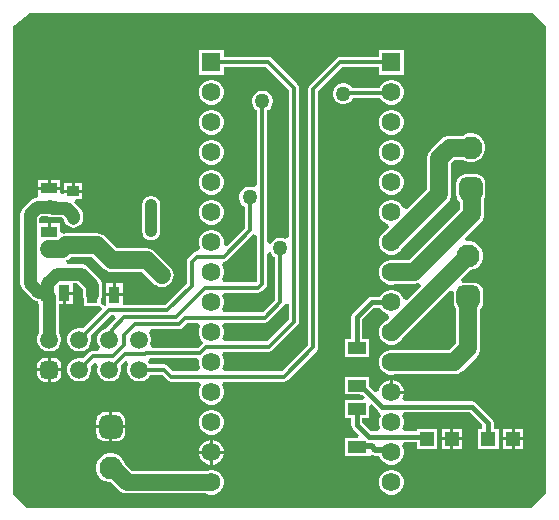
<source format=gtl>
G04*
G04 #@! TF.GenerationSoftware,Altium Limited,Altium Designer,25.6.2 (33)*
G04*
G04 Layer_Physical_Order=1*
G04 Layer_Color=255*
%FSLAX44Y44*%
%MOMM*%
G71*
G04*
G04 #@! TF.SameCoordinates,E10141E4-A060-4BB7-8850-C9F2C3C4F881*
G04*
G04*
G04 #@! TF.FilePolarity,Positive*
G04*
G01*
G75*
%ADD12C,0.4000*%
%ADD14R,1.2000X1.2000*%
%ADD15R,1.5000X1.0000*%
%ADD16R,0.9500X1.4000*%
%ADD17R,1.0043X0.8721*%
G04:AMPARAMS|DCode=18|XSize=1.0043mm|YSize=0.8721mm|CornerRadius=0.4361mm|HoleSize=0mm|Usage=FLASHONLY|Rotation=0.000|XOffset=0mm|YOffset=0mm|HoleType=Round|Shape=RoundedRectangle|*
%AMROUNDEDRECTD18*
21,1,1.0043,0.0000,0,0,0.0*
21,1,0.1322,0.8721,0,0,0.0*
1,1,0.8721,0.0661,0.0000*
1,1,0.8721,-0.0661,0.0000*
1,1,0.8721,-0.0661,0.0000*
1,1,0.8721,0.0661,0.0000*
%
%ADD18ROUNDEDRECTD18*%
G04:AMPARAMS|DCode=19|XSize=1.0043mm|YSize=3.1821mm|CornerRadius=0.4369mm|HoleSize=0mm|Usage=FLASHONLY|Rotation=0.000|XOffset=0mm|YOffset=0mm|HoleType=Round|Shape=RoundedRectangle|*
%AMROUNDEDRECTD19*
21,1,1.0043,2.3084,0,0,0.0*
21,1,0.1306,3.1821,0,0,0.0*
1,1,0.8737,0.0653,-1.1542*
1,1,0.8737,-0.0653,-1.1542*
1,1,0.8737,-0.0653,1.1542*
1,1,0.8737,0.0653,1.1542*
%
%ADD19ROUNDEDRECTD19*%
%ADD20R,0.9500X1.3500*%
%ADD21R,1.3500X0.9500*%
%ADD23R,1.5900X1.5900*%
%ADD24C,1.5900*%
%ADD30C,0.3500*%
%ADD31C,1.5000*%
%ADD32C,1.1000*%
%ADD33C,0.5000*%
%ADD34C,1.4000*%
%ADD35C,1.9500*%
G04:AMPARAMS|DCode=36|XSize=1.95mm|YSize=1.95mm|CornerRadius=0.4875mm|HoleSize=0mm|Usage=FLASHONLY|Rotation=90.000|XOffset=0mm|YOffset=0mm|HoleType=Round|Shape=RoundedRectangle|*
%AMROUNDEDRECTD36*
21,1,1.9500,0.9750,0,0,90.0*
21,1,0.9750,1.9500,0,0,90.0*
1,1,0.9750,0.4875,0.4875*
1,1,0.9750,0.4875,-0.4875*
1,1,0.9750,-0.4875,-0.4875*
1,1,0.9750,-0.4875,0.4875*
%
%ADD36ROUNDEDRECTD36*%
%ADD37C,1.5000*%
G04:AMPARAMS|DCode=38|XSize=1.5mm|YSize=1.5mm|CornerRadius=0.375mm|HoleSize=0mm|Usage=FLASHONLY|Rotation=0.000|XOffset=0mm|YOffset=0mm|HoleType=Round|Shape=RoundedRectangle|*
%AMROUNDEDRECTD38*
21,1,1.5000,0.7500,0,0,0.0*
21,1,0.7500,1.5000,0,0,0.0*
1,1,0.7500,0.3750,-0.3750*
1,1,0.7500,-0.3750,-0.3750*
1,1,0.7500,-0.3750,0.3750*
1,1,0.7500,0.3750,0.3750*
%
%ADD38ROUNDEDRECTD38*%
%ADD39C,1.2700*%
G36*
X1351280Y1029970D02*
Y635000D01*
X1338580Y622300D01*
X911860D01*
X900430Y633730D01*
Y1029970D01*
X901700Y1031240D01*
X914400Y1041400D01*
X1339850D01*
X1351280Y1029970D01*
D02*
G37*
%LPC*%
G36*
X1221851Y984580D02*
X1219089D01*
X1216421Y983865D01*
X1214029Y982484D01*
X1212076Y980531D01*
X1210695Y978139D01*
X1210612Y977829D01*
X1187203D01*
X1186944Y978279D01*
X1185289Y979934D01*
X1183261Y981104D01*
X1181000Y981710D01*
X1178660D01*
X1176399Y981104D01*
X1174371Y979934D01*
X1172716Y978279D01*
X1171546Y976251D01*
X1170940Y973990D01*
Y971650D01*
X1171546Y969389D01*
X1172716Y967361D01*
X1174371Y965706D01*
X1176399Y964536D01*
X1178660Y963930D01*
X1181000D01*
X1183261Y964536D01*
X1185289Y965706D01*
X1186944Y967361D01*
X1187937Y969081D01*
X1211249D01*
X1212076Y967649D01*
X1214029Y965696D01*
X1216421Y964315D01*
X1219089Y963600D01*
X1221851D01*
X1224519Y964315D01*
X1226911Y965696D01*
X1228864Y967649D01*
X1230245Y970041D01*
X1230960Y972709D01*
Y975471D01*
X1230245Y978139D01*
X1228864Y980531D01*
X1226911Y982484D01*
X1224519Y983865D01*
X1221851Y984580D01*
D02*
G37*
G36*
X1069451D02*
X1066689D01*
X1064021Y983865D01*
X1061629Y982484D01*
X1059676Y980531D01*
X1058295Y978139D01*
X1057580Y975471D01*
Y972709D01*
X1058295Y970041D01*
X1059676Y967649D01*
X1061629Y965696D01*
X1064021Y964315D01*
X1066689Y963600D01*
X1069451D01*
X1072119Y964315D01*
X1074511Y965696D01*
X1076464Y967649D01*
X1077845Y970041D01*
X1078560Y972709D01*
Y975471D01*
X1077845Y978139D01*
X1076464Y980531D01*
X1074511Y982484D01*
X1072119Y983865D01*
X1069451Y984580D01*
D02*
G37*
G36*
X1221851Y959180D02*
X1219089D01*
X1216421Y958465D01*
X1214029Y957084D01*
X1212076Y955131D01*
X1210695Y952739D01*
X1209980Y950071D01*
Y947309D01*
X1210695Y944641D01*
X1212076Y942249D01*
X1214029Y940296D01*
X1216421Y938915D01*
X1219089Y938200D01*
X1221851D01*
X1224519Y938915D01*
X1226911Y940296D01*
X1228864Y942249D01*
X1230245Y944641D01*
X1230960Y947309D01*
Y950071D01*
X1230245Y952739D01*
X1228864Y955131D01*
X1226911Y957084D01*
X1224519Y958465D01*
X1221851Y959180D01*
D02*
G37*
G36*
X1069451D02*
X1066689D01*
X1064021Y958465D01*
X1061629Y957084D01*
X1059676Y955131D01*
X1058295Y952739D01*
X1057580Y950071D01*
Y947309D01*
X1058295Y944641D01*
X1059676Y942249D01*
X1061629Y940296D01*
X1064021Y938915D01*
X1066689Y938200D01*
X1069451D01*
X1072119Y938915D01*
X1074511Y940296D01*
X1076464Y942249D01*
X1077845Y944641D01*
X1078560Y947309D01*
Y950071D01*
X1077845Y952739D01*
X1076464Y955131D01*
X1074511Y957084D01*
X1072119Y958465D01*
X1069451Y959180D01*
D02*
G37*
G36*
X1289398Y939390D02*
X1286162D01*
X1283036Y938552D01*
X1280740Y937227D01*
X1269897D01*
X1269897Y937227D01*
X1267276Y936882D01*
X1264834Y935870D01*
X1262736Y934261D01*
X1262736Y934260D01*
X1253949Y925474D01*
X1252340Y923376D01*
X1251328Y920934D01*
X1250983Y918313D01*
X1250983Y918313D01*
Y891883D01*
X1233835Y874734D01*
X1230489Y875631D01*
X1230245Y876539D01*
X1228864Y878931D01*
X1226911Y880884D01*
X1224519Y882265D01*
X1221851Y882980D01*
X1219089D01*
X1216421Y882265D01*
X1214029Y880884D01*
X1212076Y878931D01*
X1210695Y876539D01*
X1209980Y873871D01*
Y871109D01*
X1210695Y868441D01*
X1212076Y866049D01*
X1214029Y864096D01*
X1216421Y862715D01*
X1217329Y862471D01*
X1218226Y859125D01*
X1215343Y856243D01*
X1214029Y855484D01*
X1212076Y853531D01*
X1210695Y851139D01*
X1209980Y848471D01*
Y845709D01*
X1210695Y843041D01*
X1212076Y840649D01*
X1214029Y838696D01*
X1216421Y837315D01*
X1219089Y836600D01*
X1221851D01*
X1224519Y837315D01*
X1226911Y838696D01*
X1228864Y840649D01*
X1229509Y841766D01*
X1268270Y880528D01*
X1268271Y880528D01*
X1269880Y882625D01*
X1270892Y885067D01*
X1271237Y887688D01*
X1271237Y887689D01*
Y914119D01*
X1274091Y916973D01*
X1280740D01*
X1283036Y915648D01*
X1286162Y914810D01*
X1289398D01*
X1292524Y915648D01*
X1295326Y917266D01*
X1297614Y919554D01*
X1299232Y922356D01*
X1300070Y925482D01*
Y928718D01*
X1299232Y931844D01*
X1297614Y934646D01*
X1295326Y936934D01*
X1292524Y938552D01*
X1289398Y939390D01*
D02*
G37*
G36*
X1221851Y933780D02*
X1219089D01*
X1216421Y933065D01*
X1214029Y931684D01*
X1212076Y929731D01*
X1210695Y927339D01*
X1209980Y924671D01*
Y921909D01*
X1210695Y919241D01*
X1212076Y916849D01*
X1214029Y914896D01*
X1216421Y913515D01*
X1219089Y912800D01*
X1221851D01*
X1224519Y913515D01*
X1226911Y914896D01*
X1228864Y916849D01*
X1230245Y919241D01*
X1230960Y921909D01*
Y924671D01*
X1230245Y927339D01*
X1228864Y929731D01*
X1226911Y931684D01*
X1224519Y933065D01*
X1221851Y933780D01*
D02*
G37*
G36*
X1069451D02*
X1066689D01*
X1064021Y933065D01*
X1061629Y931684D01*
X1059676Y929731D01*
X1058295Y927339D01*
X1057580Y924671D01*
Y921909D01*
X1058295Y919241D01*
X1059676Y916849D01*
X1061629Y914896D01*
X1064021Y913515D01*
X1066689Y912800D01*
X1069451D01*
X1072119Y913515D01*
X1074511Y914896D01*
X1076464Y916849D01*
X1077845Y919241D01*
X1078560Y921909D01*
Y924671D01*
X1077845Y927339D01*
X1076464Y929731D01*
X1074511Y931684D01*
X1072119Y933065D01*
X1069451Y933780D01*
D02*
G37*
G36*
X940200Y899980D02*
X932180D01*
Y893960D01*
X940200D01*
Y899980D01*
D02*
G37*
G36*
X929640D02*
X921620D01*
Y893960D01*
X929640D01*
Y899980D01*
D02*
G37*
G36*
X958861Y897211D02*
X952570D01*
Y891580D01*
X958861D01*
Y897211D01*
D02*
G37*
G36*
X950030D02*
X943738D01*
Y891580D01*
X950030D01*
Y897211D01*
D02*
G37*
G36*
X1221851Y908380D02*
X1219089D01*
X1216421Y907665D01*
X1214029Y906284D01*
X1212076Y904331D01*
X1210695Y901939D01*
X1209980Y899271D01*
Y896509D01*
X1210695Y893841D01*
X1212076Y891449D01*
X1214029Y889496D01*
X1216421Y888115D01*
X1219089Y887400D01*
X1221851D01*
X1224519Y888115D01*
X1226911Y889496D01*
X1228864Y891449D01*
X1230245Y893841D01*
X1230960Y896509D01*
Y899271D01*
X1230245Y901939D01*
X1228864Y904331D01*
X1226911Y906284D01*
X1224519Y907665D01*
X1221851Y908380D01*
D02*
G37*
G36*
X1069451D02*
X1066689D01*
X1064021Y907665D01*
X1061629Y906284D01*
X1059676Y904331D01*
X1058295Y901939D01*
X1057580Y899271D01*
Y896509D01*
X1058295Y893841D01*
X1059676Y891449D01*
X1061629Y889496D01*
X1064021Y888115D01*
X1066689Y887400D01*
X1069451D01*
X1072119Y888115D01*
X1074511Y889496D01*
X1076464Y891449D01*
X1077845Y893841D01*
X1078560Y896509D01*
Y899271D01*
X1077845Y901939D01*
X1076464Y904331D01*
X1074511Y906284D01*
X1072119Y907665D01*
X1069451Y908380D01*
D02*
G37*
G36*
Y882980D02*
X1066689D01*
X1064021Y882265D01*
X1061629Y880884D01*
X1059676Y878931D01*
X1058295Y876539D01*
X1057580Y873871D01*
Y871109D01*
X1058295Y868441D01*
X1059676Y866049D01*
X1061629Y864096D01*
X1064021Y862715D01*
X1066689Y862000D01*
X1069451D01*
X1072119Y862715D01*
X1074511Y864096D01*
X1076464Y866049D01*
X1077845Y868441D01*
X1078560Y871109D01*
Y873871D01*
X1077845Y876539D01*
X1076464Y878931D01*
X1074511Y880884D01*
X1072119Y882265D01*
X1069451Y882980D01*
D02*
G37*
G36*
X1017853Y885920D02*
X1016547D01*
X1014744Y885683D01*
X1013063Y884987D01*
X1011620Y883879D01*
X1010512Y882436D01*
X1009816Y880755D01*
X1009579Y878952D01*
Y855868D01*
X1009816Y854064D01*
X1010512Y852384D01*
X1011620Y850941D01*
X1013063Y849833D01*
X1014744Y849137D01*
X1016547Y848900D01*
X1017853D01*
X1019656Y849137D01*
X1021337Y849833D01*
X1022780Y850941D01*
X1023887Y852384D01*
X1024584Y854064D01*
X1024821Y855868D01*
Y878952D01*
X1024584Y880755D01*
X1023887Y882436D01*
X1022780Y883879D01*
X1021337Y884987D01*
X1019656Y885683D01*
X1017853Y885920D01*
D02*
G37*
G36*
X1292655Y904454D02*
X1282905D01*
X1280969Y904199D01*
X1279165Y903452D01*
X1277617Y902263D01*
X1276428Y900714D01*
X1275681Y898911D01*
X1275426Y896975D01*
Y887225D01*
X1275681Y885289D01*
X1276428Y883485D01*
X1277617Y881937D01*
X1278923Y880934D01*
Y875415D01*
X1235498Y831989D01*
X1222565D01*
X1221851Y832180D01*
X1219089D01*
X1216421Y831465D01*
X1214029Y830084D01*
X1212076Y828131D01*
X1210695Y825739D01*
X1209980Y823071D01*
Y820309D01*
X1210695Y817641D01*
X1212076Y815249D01*
X1214029Y813296D01*
X1216421Y811915D01*
X1219089Y811200D01*
X1221851D01*
X1223850Y811736D01*
X1239692D01*
X1239692Y811736D01*
X1242313Y812081D01*
X1244067Y812807D01*
X1245766Y810264D01*
X1233844Y798342D01*
X1230531Y799271D01*
X1230245Y800339D01*
X1228864Y802731D01*
X1226911Y804684D01*
X1224519Y806065D01*
X1221851Y806780D01*
X1219089D01*
X1216421Y806065D01*
X1214029Y804684D01*
X1212076Y802731D01*
X1211030Y800919D01*
X1203960D01*
X1203960Y800919D01*
X1202189Y800567D01*
X1200687Y799563D01*
X1200687Y799563D01*
X1187987Y786863D01*
X1186983Y785361D01*
X1186631Y783590D01*
X1186631Y783590D01*
Y765220D01*
X1181220D01*
Y750140D01*
X1201300D01*
Y765220D01*
X1195889D01*
Y781673D01*
X1205877Y791661D01*
X1211030D01*
X1212076Y789849D01*
X1214029Y787896D01*
X1216421Y786515D01*
X1217488Y786229D01*
X1218419Y782916D01*
X1215821Y780319D01*
X1214029Y779284D01*
X1212076Y777331D01*
X1210695Y774939D01*
X1209980Y772271D01*
Y769509D01*
X1210695Y766841D01*
X1212076Y764449D01*
X1214029Y762496D01*
X1216421Y761115D01*
X1219089Y760400D01*
X1221851D01*
X1224519Y761115D01*
X1226911Y762496D01*
X1228864Y764449D01*
X1229233Y765089D01*
X1270460Y806315D01*
X1272692Y805495D01*
X1273346Y804959D01*
Y795505D01*
X1273601Y793569D01*
X1274348Y791766D01*
X1275537Y790217D01*
X1275573Y790188D01*
Y761471D01*
X1269719Y755617D01*
X1223207D01*
X1221851Y755980D01*
X1219089D01*
X1216421Y755265D01*
X1214029Y753884D01*
X1212076Y751931D01*
X1210695Y749539D01*
X1209980Y746871D01*
Y744109D01*
X1210695Y741441D01*
X1212076Y739049D01*
X1214029Y737096D01*
X1216421Y735715D01*
X1219089Y735000D01*
X1221851D01*
X1223207Y735363D01*
X1273913D01*
X1273913Y735363D01*
X1276534Y735708D01*
X1278977Y736720D01*
X1281074Y738329D01*
X1292861Y750116D01*
X1292861Y750116D01*
X1294470Y752214D01*
X1295482Y754656D01*
X1295827Y757277D01*
X1295827Y757277D01*
Y790188D01*
X1295863Y790217D01*
X1297052Y791766D01*
X1297799Y793569D01*
X1298054Y795505D01*
Y805255D01*
X1297799Y807191D01*
X1297052Y808995D01*
X1295863Y810543D01*
X1294315Y811732D01*
X1292511Y812479D01*
X1290575Y812734D01*
X1281121D01*
X1280585Y813388D01*
X1279765Y815620D01*
X1287235Y823090D01*
X1287318D01*
X1290444Y823928D01*
X1293246Y825546D01*
X1295534Y827834D01*
X1297152Y830636D01*
X1297990Y833762D01*
Y836998D01*
X1297152Y840124D01*
X1295534Y842926D01*
X1293246Y845214D01*
X1290444Y846832D01*
X1287318Y847670D01*
X1284082D01*
X1284057Y847663D01*
X1282504Y850353D01*
X1296210Y864059D01*
X1296211Y864059D01*
X1297820Y866157D01*
X1298832Y868599D01*
X1299177Y871220D01*
Y883593D01*
X1299879Y885289D01*
X1300134Y887225D01*
Y896975D01*
X1299879Y898911D01*
X1299132Y900714D01*
X1297943Y902263D01*
X1296395Y903452D01*
X1294591Y904199D01*
X1292655Y904454D01*
D02*
G37*
G36*
X993170Y812180D02*
X987150D01*
Y803910D01*
X993170D01*
Y812180D01*
D02*
G37*
G36*
X984610D02*
X978590D01*
Y803910D01*
X984610D01*
Y812180D01*
D02*
G37*
G36*
X950780Y802640D02*
X944760D01*
Y794620D01*
X950780D01*
Y802640D01*
D02*
G37*
G36*
X934660Y749303D02*
X932180D01*
Y740410D01*
X941073D01*
Y742890D01*
X940585Y745344D01*
X939195Y747425D01*
X937114Y748815D01*
X934660Y749303D01*
D02*
G37*
G36*
X929640D02*
X927160D01*
X924706Y748815D01*
X922625Y747425D01*
X921235Y745344D01*
X920747Y742890D01*
Y740410D01*
X929640D01*
Y749303D01*
D02*
G37*
G36*
X1230960Y1009980D02*
X1209980D01*
Y1003864D01*
X1177290D01*
X1175616Y1003531D01*
X1174197Y1002583D01*
X1151337Y979723D01*
X1150389Y978304D01*
X1150056Y976630D01*
Y760002D01*
X1127678Y737624D01*
X1079106D01*
X1077374Y740624D01*
X1077845Y741441D01*
X1078560Y744109D01*
Y746871D01*
X1077845Y749539D01*
X1076842Y751276D01*
X1077618Y753357D01*
X1078362Y754276D01*
X1116790D01*
X1118464Y754609D01*
X1119883Y755557D01*
X1141013Y776687D01*
X1141961Y778106D01*
X1142294Y779780D01*
Y977900D01*
X1141961Y979574D01*
X1141013Y980993D01*
X1119423Y1002583D01*
X1118004Y1003531D01*
X1116330Y1003864D01*
X1078560D01*
Y1009980D01*
X1057580D01*
Y989000D01*
X1078560D01*
Y995116D01*
X1114518D01*
X1133546Y976088D01*
Y851595D01*
X1130546Y849934D01*
X1129921Y850294D01*
X1127660Y850900D01*
X1125320D01*
X1123059Y850294D01*
X1121031Y849124D01*
X1119376Y847469D01*
X1118314Y845629D01*
X1118031Y845542D01*
X1115314Y846942D01*
Y859705D01*
X1115574Y861010D01*
Y958701D01*
X1116709Y959356D01*
X1118364Y961011D01*
X1119534Y963039D01*
X1120140Y965300D01*
Y967640D01*
X1119534Y969901D01*
X1118364Y971929D01*
X1116709Y973584D01*
X1114681Y974754D01*
X1112420Y975360D01*
X1110080D01*
X1107819Y974754D01*
X1105791Y973584D01*
X1104136Y971929D01*
X1102966Y969901D01*
X1102360Y967640D01*
Y965300D01*
X1102966Y963039D01*
X1104136Y961011D01*
X1105791Y959356D01*
X1106825Y958759D01*
Y895302D01*
X1104025Y893496D01*
X1103826Y893519D01*
X1101730Y894080D01*
X1099389D01*
X1097128Y893474D01*
X1095101Y892304D01*
X1093446Y890649D01*
X1092275Y888621D01*
X1091669Y886360D01*
Y884020D01*
X1092275Y881759D01*
X1093446Y879731D01*
X1095101Y878076D01*
X1096716Y877144D01*
Y859062D01*
X1081045Y843390D01*
X1078355Y844943D01*
X1078560Y845709D01*
Y848471D01*
X1077845Y851139D01*
X1076464Y853531D01*
X1074511Y855484D01*
X1072119Y856865D01*
X1069451Y857580D01*
X1066689D01*
X1064021Y856865D01*
X1061629Y855484D01*
X1059676Y853531D01*
X1058295Y851139D01*
X1057580Y848471D01*
Y845709D01*
X1058295Y843041D01*
X1058766Y842224D01*
X1057035Y839224D01*
X1055830D01*
X1054156Y838891D01*
X1052737Y837943D01*
X1048467Y833673D01*
X1047519Y832254D01*
X1047186Y830580D01*
Y812072D01*
X1029118Y794004D01*
X993170D01*
Y801370D01*
X985880D01*
X978590D01*
Y793917D01*
X977670Y793329D01*
X974670Y794971D01*
X974670Y796005D01*
Y799230D01*
X975213Y800541D01*
X975489Y802640D01*
Y810620D01*
X975213Y812719D01*
X974403Y814675D01*
X973114Y816354D01*
X963314Y826154D01*
X961635Y827443D01*
X959679Y828253D01*
X957580Y828529D01*
X945618D01*
X945021Y831529D01*
X946882Y832300D01*
X948979Y833909D01*
X949453Y834383D01*
X967395D01*
X977109Y824669D01*
X977109Y824669D01*
X979207Y823060D01*
X981649Y822048D01*
X984270Y821703D01*
X984270Y821703D01*
X1009285D01*
X1018999Y811989D01*
X1021097Y810380D01*
X1023539Y809368D01*
X1026160Y809023D01*
X1028781Y809368D01*
X1031223Y810380D01*
X1033321Y811989D01*
X1034930Y814087D01*
X1035942Y816529D01*
X1036287Y819150D01*
X1035942Y821771D01*
X1034930Y824213D01*
X1033321Y826311D01*
X1020641Y838991D01*
X1018543Y840600D01*
X1016101Y841612D01*
X1013480Y841957D01*
X1013480Y841957D01*
X988465D01*
X978751Y851671D01*
X976653Y853280D01*
X974211Y854292D01*
X971590Y854637D01*
X971590Y854637D01*
X945259D01*
X943200Y854366D01*
X940314Y855844D01*
X940200Y855920D01*
Y863150D01*
X932180D01*
Y855860D01*
X929640D01*
Y863150D01*
X922509D01*
Y867137D01*
X924203Y868831D01*
X929823D01*
X930701Y868467D01*
X932800Y868191D01*
X941497D01*
X943329Y866359D01*
X943467Y865311D01*
X944277Y863355D01*
X945566Y861676D01*
X947245Y860387D01*
X949201Y859577D01*
X951300Y859301D01*
X953399Y859577D01*
X955355Y860387D01*
X957034Y861676D01*
X958323Y863355D01*
X959133Y865311D01*
X959409Y867410D01*
Y869856D01*
X959133Y871955D01*
X958323Y873911D01*
X957034Y875591D01*
X952215Y880409D01*
X953458Y883409D01*
X958861D01*
Y889040D01*
X943738D01*
Y887258D01*
X943200Y886888D01*
X940200Y888465D01*
Y891420D01*
X930910D01*
X921620D01*
Y885400D01*
X918873Y884790D01*
X918745Y884773D01*
X916789Y883963D01*
X915109Y882674D01*
X908666Y876230D01*
X907377Y874551D01*
X906567Y872595D01*
X906291Y870496D01*
Y812354D01*
X906567Y810255D01*
X907377Y808299D01*
X908666Y806619D01*
X915860Y799426D01*
X917539Y798137D01*
X919495Y797327D01*
X921200Y797103D01*
Y794620D01*
X922591D01*
Y770210D01*
X921554Y768415D01*
X920870Y765862D01*
Y763218D01*
X921554Y760665D01*
X922876Y758375D01*
X924745Y756506D01*
X927035Y755184D01*
X929588Y754500D01*
X932232D01*
X934785Y755184D01*
X937075Y756506D01*
X938944Y758375D01*
X940266Y760665D01*
X940950Y763218D01*
Y765862D01*
X940266Y768415D01*
X938944Y770705D01*
X938809Y770839D01*
Y794620D01*
X942220D01*
Y803910D01*
X943490D01*
Y805180D01*
X950780D01*
Y812311D01*
X954221D01*
X959271Y807261D01*
Y802640D01*
X959547Y800541D01*
X960090Y799230D01*
Y793100D01*
X971679D01*
X973179Y793100D01*
X974908Y792557D01*
X976401Y790817D01*
X959629Y774045D01*
X957632Y774580D01*
X954988D01*
X952435Y773896D01*
X950145Y772574D01*
X948276Y770705D01*
X946954Y768415D01*
X946270Y765862D01*
Y763218D01*
X946954Y760665D01*
X948276Y758375D01*
X950145Y756506D01*
X952435Y755184D01*
X954988Y754500D01*
X957632D01*
X960185Y755184D01*
X962475Y756506D01*
X964344Y758375D01*
X965666Y760665D01*
X966350Y763218D01*
Y765862D01*
X965815Y767859D01*
X983199Y785243D01*
X985907Y784982D01*
X986969Y782335D01*
X980817Y776183D01*
X979869Y774764D01*
X979801Y774423D01*
X977835Y773896D01*
X975545Y772574D01*
X973676Y770705D01*
X972354Y768415D01*
X971670Y765862D01*
Y763218D01*
X972354Y760665D01*
X973676Y758375D01*
X973747Y758304D01*
X972505Y755304D01*
X968100D01*
X966426Y754971D01*
X965007Y754023D01*
X959629Y748645D01*
X957632Y749180D01*
X954988D01*
X952435Y748496D01*
X950145Y747174D01*
X948276Y745305D01*
X946954Y743015D01*
X946270Y740462D01*
Y737818D01*
X946954Y735265D01*
X948276Y732975D01*
X950145Y731106D01*
X952435Y729784D01*
X954988Y729100D01*
X957632D01*
X960185Y729784D01*
X962475Y731106D01*
X964344Y732975D01*
X965666Y735265D01*
X966350Y737818D01*
Y740462D01*
X965815Y742459D01*
X968364Y745008D01*
X969932Y744820D01*
X970395Y744475D01*
X971990Y741656D01*
X971670Y740462D01*
Y737818D01*
X972354Y735265D01*
X973676Y732975D01*
X975545Y731106D01*
X977835Y729784D01*
X980388Y729100D01*
X983032D01*
X985585Y729784D01*
X987875Y731106D01*
X989744Y732975D01*
X991066Y735265D01*
X991750Y737818D01*
Y740462D01*
X991215Y742459D01*
X995382Y746626D01*
X996273Y746449D01*
X997796Y743087D01*
X997754Y743015D01*
X997070Y740462D01*
Y737818D01*
X997754Y735265D01*
X999076Y732975D01*
X1000945Y731106D01*
X1003235Y729784D01*
X1005788Y729100D01*
X1008432D01*
X1010985Y729784D01*
X1013275Y731106D01*
X1015144Y732975D01*
X1016178Y734766D01*
X1026437D01*
X1031046Y730157D01*
X1032465Y729209D01*
X1034139Y728876D01*
X1057778D01*
X1058521Y727958D01*
X1059298Y725876D01*
X1058295Y724139D01*
X1057580Y721471D01*
Y718709D01*
X1058295Y716041D01*
X1059676Y713649D01*
X1061629Y711696D01*
X1064021Y710315D01*
X1066689Y709600D01*
X1069451D01*
X1072119Y710315D01*
X1074511Y711696D01*
X1076464Y713649D01*
X1077845Y716041D01*
X1078560Y718709D01*
Y721471D01*
X1077845Y724139D01*
X1076842Y725876D01*
X1077618Y727958D01*
X1078362Y728876D01*
X1129490D01*
X1131164Y729209D01*
X1132583Y730157D01*
X1157523Y755097D01*
X1158471Y756516D01*
X1158804Y758190D01*
Y974818D01*
X1179102Y995116D01*
X1209980D01*
Y989000D01*
X1230960D01*
Y1009980D01*
D02*
G37*
G36*
X941073Y737870D02*
X932180D01*
Y728977D01*
X934660D01*
X937114Y729465D01*
X939195Y730855D01*
X940585Y732936D01*
X941073Y735390D01*
Y737870D01*
D02*
G37*
G36*
X929640D02*
X920747D01*
Y735390D01*
X921235Y732936D01*
X922625Y730855D01*
X924706Y729465D01*
X927160Y728977D01*
X929640D01*
Y737870D01*
D02*
G37*
G36*
X1221851Y730580D02*
X1221740D01*
Y721360D01*
X1230960D01*
Y721471D01*
X1230245Y724139D01*
X1228864Y726531D01*
X1226911Y728484D01*
X1224519Y729865D01*
X1221851Y730580D01*
D02*
G37*
G36*
X987855Y703234D02*
X984250D01*
Y692150D01*
X995334D01*
Y695755D01*
X995079Y697691D01*
X994332Y699494D01*
X993143Y701043D01*
X991594Y702232D01*
X989791Y702979D01*
X987855Y703234D01*
D02*
G37*
G36*
X981710D02*
X978105D01*
X976169Y702979D01*
X974365Y702232D01*
X972817Y701043D01*
X971628Y699494D01*
X970881Y697691D01*
X970626Y695755D01*
Y692150D01*
X981710D01*
Y703234D01*
D02*
G37*
G36*
X1069451Y705180D02*
X1066689D01*
X1064021Y704465D01*
X1061629Y703084D01*
X1059676Y701131D01*
X1058295Y698739D01*
X1057580Y696071D01*
Y693309D01*
X1058295Y690641D01*
X1059676Y688249D01*
X1061629Y686296D01*
X1064021Y684915D01*
X1066689Y684200D01*
X1069451D01*
X1072119Y684915D01*
X1074511Y686296D01*
X1076464Y688249D01*
X1077845Y690641D01*
X1078560Y693309D01*
Y696071D01*
X1077845Y698739D01*
X1076464Y701131D01*
X1074511Y703084D01*
X1072119Y704465D01*
X1069451Y705180D01*
D02*
G37*
G36*
X1332220Y689260D02*
X1324950D01*
Y681990D01*
X1332220D01*
Y689260D01*
D02*
G37*
G36*
X1322410D02*
X1315140D01*
Y681990D01*
X1322410D01*
Y689260D01*
D02*
G37*
G36*
X1280150D02*
X1272880D01*
Y681990D01*
X1280150D01*
Y689260D01*
D02*
G37*
G36*
X1270340D02*
X1263070D01*
Y681990D01*
X1270340D01*
Y689260D01*
D02*
G37*
G36*
X995334Y689610D02*
X984250D01*
Y678526D01*
X987855D01*
X989791Y678781D01*
X991594Y679528D01*
X993143Y680717D01*
X994332Y682265D01*
X995079Y684069D01*
X995334Y686005D01*
Y689610D01*
D02*
G37*
G36*
X981710D02*
X970626D01*
Y686005D01*
X970881Y684069D01*
X971628Y682265D01*
X972817Y680717D01*
X974365Y679528D01*
X976169Y678781D01*
X978105Y678526D01*
X981710D01*
Y689610D01*
D02*
G37*
G36*
X1332220Y679450D02*
X1324950D01*
Y672180D01*
X1332220D01*
Y679450D01*
D02*
G37*
G36*
X1322410D02*
X1315140D01*
Y672180D01*
X1322410D01*
Y679450D01*
D02*
G37*
G36*
X1201300Y733220D02*
X1181220D01*
Y718140D01*
X1193813D01*
X1194260Y718051D01*
X1194260Y718051D01*
X1195643D01*
X1197772Y715922D01*
X1196624Y713150D01*
X1181220D01*
Y698070D01*
X1186631D01*
Y692531D01*
X1186631Y692531D01*
X1186983Y690759D01*
X1187987Y689257D01*
X1193323Y683922D01*
X1192175Y681150D01*
X1181220D01*
Y666070D01*
X1201300D01*
X1201300Y666070D01*
X1204300Y667088D01*
X1204988Y666628D01*
X1206954Y666237D01*
X1210428D01*
X1210695Y665241D01*
X1212076Y662849D01*
X1214029Y660896D01*
X1216421Y659515D01*
X1219089Y658800D01*
X1221851D01*
X1224519Y659515D01*
X1226911Y660896D01*
X1228864Y662849D01*
X1230245Y665241D01*
X1230960Y667909D01*
Y670671D01*
X1230245Y673339D01*
X1229534Y674571D01*
X1231019Y677571D01*
X1242070D01*
Y672180D01*
X1259150D01*
Y689260D01*
X1242070D01*
Y686829D01*
X1231508D01*
X1229776Y689829D01*
X1230245Y690641D01*
X1230960Y693309D01*
Y696071D01*
X1230245Y698739D01*
X1229534Y699971D01*
X1231019Y702971D01*
X1286923D01*
X1297634Y692260D01*
X1297043Y689260D01*
X1294140D01*
Y672180D01*
X1311220D01*
Y689260D01*
X1307309D01*
Y693760D01*
X1307309Y693760D01*
X1306957Y695531D01*
X1305953Y697033D01*
X1305953Y697033D01*
X1292113Y710873D01*
X1290611Y711877D01*
X1288840Y712229D01*
X1288840Y712229D01*
X1231508D01*
X1229776Y715229D01*
X1230245Y716041D01*
X1230960Y718709D01*
Y718820D01*
X1220470D01*
Y720090D01*
X1219200D01*
Y730580D01*
X1219089D01*
X1216421Y729865D01*
X1214029Y728484D01*
X1212076Y726531D01*
X1210695Y724139D01*
X1209980Y721471D01*
Y721049D01*
X1206980Y719806D01*
X1201300Y725486D01*
Y733220D01*
D02*
G37*
G36*
X1280150Y679450D02*
X1272880D01*
Y672180D01*
X1280150D01*
Y679450D01*
D02*
G37*
G36*
X1270340D02*
X1263070D01*
Y672180D01*
X1270340D01*
Y679450D01*
D02*
G37*
G36*
X1069451Y679780D02*
X1069340D01*
Y670560D01*
X1078560D01*
Y670671D01*
X1077845Y673339D01*
X1076464Y675731D01*
X1074511Y677684D01*
X1072119Y679065D01*
X1069451Y679780D01*
D02*
G37*
G36*
X1066800D02*
X1066689D01*
X1064021Y679065D01*
X1061629Y677684D01*
X1059676Y675731D01*
X1058295Y673339D01*
X1057580Y670671D01*
Y670560D01*
X1066800D01*
Y679780D01*
D02*
G37*
G36*
X1078560Y668020D02*
X1069340D01*
Y658800D01*
X1069451D01*
X1072119Y659515D01*
X1074511Y660896D01*
X1076464Y662849D01*
X1077845Y665241D01*
X1078560Y667909D01*
Y668020D01*
D02*
G37*
G36*
X1066800D02*
X1057580D01*
Y667909D01*
X1058295Y665241D01*
X1059676Y662849D01*
X1061629Y660896D01*
X1064021Y659515D01*
X1066689Y658800D01*
X1066800D01*
Y668020D01*
D02*
G37*
G36*
X1221851Y654380D02*
X1219089D01*
X1216421Y653665D01*
X1214029Y652284D01*
X1212076Y650331D01*
X1210695Y647939D01*
X1209980Y645271D01*
Y642509D01*
X1210695Y639841D01*
X1212076Y637449D01*
X1214029Y635496D01*
X1216421Y634115D01*
X1219089Y633400D01*
X1221851D01*
X1224519Y634115D01*
X1226911Y635496D01*
X1228864Y637449D01*
X1230245Y639841D01*
X1230960Y642509D01*
Y645271D01*
X1230245Y647939D01*
X1228864Y650331D01*
X1226911Y652284D01*
X1224519Y653665D01*
X1221851Y654380D01*
D02*
G37*
G36*
X984598Y668170D02*
X981362D01*
X978236Y667333D01*
X975434Y665714D01*
X973146Y663426D01*
X971527Y660624D01*
X970690Y657498D01*
Y654262D01*
X971527Y651136D01*
X973146Y648334D01*
X975434Y646046D01*
X978236Y644428D01*
X981362Y643590D01*
X983150D01*
X989654Y637086D01*
X991647Y635557D01*
X993968Y634596D01*
X996458Y634268D01*
X1063756D01*
X1064021Y634115D01*
X1066689Y633400D01*
X1069451D01*
X1072119Y634115D01*
X1074511Y635496D01*
X1076464Y637449D01*
X1077845Y639841D01*
X1078560Y642509D01*
Y645271D01*
X1077845Y647939D01*
X1076464Y650331D01*
X1074511Y652284D01*
X1072119Y653665D01*
X1069451Y654380D01*
X1066689D01*
X1064021Y653665D01*
X1063756Y653512D01*
X1000444D01*
X994835Y659121D01*
X994433Y660624D01*
X992814Y663426D01*
X990526Y665714D01*
X987724Y667333D01*
X984598Y668170D01*
D02*
G37*
%LPD*%
G36*
X1105994Y852834D02*
X1106566Y852416D01*
Y813352D01*
X1106118Y812904D01*
X1078362D01*
X1077618Y813822D01*
X1076842Y815904D01*
X1077845Y817641D01*
X1078560Y820309D01*
Y823071D01*
X1077845Y825739D01*
X1076842Y827476D01*
X1077618Y829557D01*
X1078362Y830476D01*
X1078690D01*
X1080364Y830809D01*
X1081783Y831757D01*
X1103566Y853540D01*
X1105994Y852834D01*
D02*
G37*
G36*
X1118314Y838391D02*
X1119376Y836551D01*
X1121031Y834896D01*
X1122116Y834270D01*
Y798102D01*
X1111518Y787504D01*
X1078362D01*
X1077618Y788422D01*
X1076842Y790504D01*
X1077845Y792241D01*
X1078560Y794909D01*
Y797671D01*
X1077845Y800339D01*
X1077374Y801156D01*
X1079106Y804156D01*
X1107930D01*
X1109604Y804489D01*
X1111023Y805437D01*
X1114033Y808447D01*
X1114981Y809866D01*
X1115314Y811540D01*
Y837078D01*
X1118031Y838478D01*
X1118314Y838391D01*
D02*
G37*
G36*
X1133546Y794396D02*
Y781592D01*
X1114978Y763024D01*
X1079106D01*
X1077374Y766024D01*
X1077845Y766841D01*
X1078560Y769509D01*
Y772271D01*
X1077845Y774939D01*
X1077374Y775756D01*
X1079106Y778756D01*
X1113330D01*
X1115004Y779089D01*
X1116423Y780037D01*
X1129583Y793197D01*
X1130531Y794616D01*
X1130546Y794691D01*
X1133546Y794396D01*
D02*
G37*
G36*
X1058766Y775756D02*
X1058295Y774939D01*
X1057580Y772271D01*
Y769509D01*
X1058295Y766841D01*
X1059676Y764449D01*
X1060827Y761743D01*
X1056568Y757484D01*
X1018093D01*
X1016361Y760484D01*
X1016466Y760665D01*
X1017150Y763218D01*
Y765862D01*
X1016466Y768415D01*
X1015449Y770176D01*
X1016075Y772003D01*
X1016915Y773176D01*
X1040562D01*
X1042236Y773509D01*
X1043655Y774457D01*
X1047954Y778756D01*
X1057035D01*
X1058766Y775756D01*
D02*
G37*
G36*
X1057580Y746871D02*
Y744109D01*
X1058295Y741441D01*
X1058766Y740624D01*
X1057035Y737624D01*
X1035951D01*
X1031342Y742233D01*
X1029923Y743181D01*
X1028249Y743514D01*
X1016411D01*
X1014798Y745943D01*
X1015955Y748736D01*
X1056149D01*
X1057580Y746871D01*
D02*
G37*
G36*
X1209367Y704327D02*
X1209367Y704327D01*
X1210363Y703661D01*
X1210984Y702744D01*
X1211503Y700138D01*
X1210695Y698739D01*
X1209980Y696071D01*
Y693309D01*
X1210695Y690641D01*
X1211164Y689829D01*
X1209432Y686829D01*
X1203508D01*
X1195889Y694448D01*
Y698070D01*
X1201300D01*
Y708474D01*
X1204072Y709622D01*
X1209367Y704327D01*
D02*
G37*
D12*
X1194260Y722680D02*
X1197560D01*
X1212640Y707600D02*
X1288840D01*
X1191260Y725680D02*
X1194260Y722680D01*
X1197560D02*
X1212640Y707600D01*
X1191260Y757680D02*
Y783590D01*
X1203960Y796290D01*
X1220470D01*
X1302680Y680720D02*
Y693760D01*
X1288840Y707600D02*
X1302680Y693760D01*
X1191260Y692531D02*
Y705610D01*
X1201590Y682200D02*
X1249130D01*
X1191260Y692531D02*
X1201590Y682200D01*
X1249130D02*
X1250610Y680720D01*
D14*
X1271610D02*
D03*
X1250610D02*
D03*
X1323680D02*
D03*
X1302680D02*
D03*
D15*
X1191260Y757680D02*
D03*
Y725680D02*
D03*
Y673610D02*
D03*
Y705610D02*
D03*
D16*
X985880Y802640D02*
D03*
X967380D02*
D03*
D17*
X951300Y890310D02*
D03*
D18*
Y867410D02*
D03*
Y844510D02*
D03*
D19*
X1017200Y867410D02*
D03*
D20*
X943490Y803910D02*
D03*
X928490D02*
D03*
D21*
X930910Y892690D02*
D03*
Y877690D02*
D03*
Y855860D02*
D03*
Y840860D02*
D03*
D23*
X1220470Y999490D02*
D03*
X1068070D02*
D03*
D24*
X1220470Y974090D02*
D03*
Y948690D02*
D03*
Y923290D02*
D03*
Y897890D02*
D03*
Y872490D02*
D03*
Y847090D02*
D03*
Y821690D02*
D03*
Y796290D02*
D03*
Y770890D02*
D03*
Y745490D02*
D03*
Y720090D02*
D03*
Y694690D02*
D03*
Y669290D02*
D03*
Y643890D02*
D03*
X1068070Y974090D02*
D03*
Y948690D02*
D03*
Y923290D02*
D03*
Y897890D02*
D03*
Y872490D02*
D03*
Y847090D02*
D03*
Y821690D02*
D03*
Y796290D02*
D03*
Y770890D02*
D03*
Y745490D02*
D03*
Y720090D02*
D03*
Y694690D02*
D03*
Y669290D02*
D03*
Y643890D02*
D03*
D30*
X1179830Y972820D02*
X1180465Y973455D01*
X1219835D02*
X1220470Y974090D01*
X1180465Y973455D02*
X1219835D01*
X1034139Y733250D02*
X1129490D01*
X1028249Y739140D02*
X1034139Y733250D01*
X1154430Y758190D02*
Y976630D01*
X1177290Y999490D02*
X1220470D01*
X1154430Y976630D02*
X1177290Y999490D01*
X1129490Y733250D02*
X1154430Y758190D01*
X1007110Y739140D02*
X1028249D01*
X1111199Y966420D02*
X1111250Y966470D01*
X1111199Y861010D02*
Y966420D01*
X1100559Y885190D02*
X1101090Y884660D01*
X1110940Y860750D02*
X1111199Y861010D01*
X1101090Y857250D02*
Y884660D01*
X1110940Y811540D02*
Y860750D01*
X1078690Y834850D02*
X1101090Y857250D01*
X1107930Y808530D02*
X1110940Y811540D01*
X1063000Y808530D02*
X1107930D01*
X1055830Y834850D02*
X1078690D01*
X1051560Y830580D02*
X1055830Y834850D01*
X1051560Y810260D02*
Y830580D01*
X1030930Y789630D02*
X1051560Y810260D01*
X981400Y789630D02*
X1030930D01*
X956310Y764540D02*
X981400Y789630D01*
X994410Y783590D02*
X1038060D01*
X983910Y773090D02*
X994410Y783590D01*
X994110Y768214D02*
X1003447Y777550D01*
X981710Y764540D02*
X983910Y766740D01*
Y773090D01*
X1040562Y777550D02*
X1046142Y783130D01*
X1003447Y777550D02*
X1040562D01*
X1038060Y783590D02*
X1063000Y808530D01*
X994110Y760266D02*
Y768214D01*
X995320Y752750D02*
X1011994D01*
X981710Y739140D02*
X995320Y752750D01*
X1011994D02*
X1012354Y753110D01*
X1058380D01*
X1126490Y796290D02*
Y842010D01*
X1113330Y783130D02*
X1126490Y796290D01*
X1046142Y783130D02*
X1113330D01*
X984773Y750930D02*
X994110Y760266D01*
X968100Y750930D02*
X984773D01*
X956310Y739140D02*
X968100Y750930D01*
X1137920Y779780D02*
Y977900D01*
X1058380Y753110D02*
X1063920Y758650D01*
X1068070Y999490D02*
X1116330D01*
X1137920Y977900D01*
X1116790Y758650D02*
X1137920Y779780D01*
X1063920Y758650D02*
X1116790D01*
D31*
X1285700Y757277D02*
Y800380D01*
X1273913Y745490D02*
X1285700Y757277D01*
X1220470Y745490D02*
X1273913D01*
X1220714Y770890D02*
X1285204Y835380D01*
X945259Y844510D02*
X971590D01*
X984270Y831830D02*
X1013480D01*
X971590Y844510D02*
X984270Y831830D01*
X930910Y840860D02*
X931120Y841070D01*
X941819D01*
X945259Y844510D01*
X1013480Y831830D02*
X1026160Y819150D01*
X1287780Y892100D02*
X1289050Y890830D01*
Y871220D02*
Y890830D01*
X1239692Y821862D02*
X1289050Y871220D01*
X1220642Y821862D02*
X1239692D01*
X1220470Y821690D02*
X1220642Y821862D01*
X1269897Y927100D02*
X1287780D01*
X1261110Y918313D02*
X1269897Y927100D01*
X1261110Y887688D02*
Y918313D01*
X1220512Y847090D02*
X1261110Y887688D01*
X1220470Y847090D02*
X1220512D01*
X1285204Y835380D02*
X1285700D01*
X1220470Y770890D02*
X1220714D01*
D32*
X967380Y802640D02*
Y810620D01*
X957580Y820420D02*
X967380Y810620D01*
X937130Y820420D02*
X957580D01*
X929240Y812530D02*
X937130Y820420D01*
X929240Y804660D02*
Y812530D01*
X914400Y812354D02*
X921594Y805160D01*
X914400Y870496D02*
X920844Y876940D01*
X921594Y805160D02*
X927740D01*
Y804660D02*
Y805160D01*
X920844Y876940D02*
X930160D01*
X927740Y804660D02*
X928490Y803910D01*
X914400Y812354D02*
Y870496D01*
X930160Y876940D02*
X930910Y877690D01*
X928490Y803410D02*
Y803910D01*
Y803410D02*
X930700Y801200D01*
Y764750D02*
Y801200D01*
Y764750D02*
X930910Y764540D01*
X928490Y803910D02*
X929240Y804660D01*
X931410Y877690D02*
X932800Y876300D01*
X944856D01*
X951300Y869856D01*
Y867410D02*
Y869856D01*
D33*
X1203960Y674370D02*
X1206954Y671376D01*
X1192020Y674370D02*
X1203960D01*
X1206954Y671376D02*
X1218384D01*
X1191260Y673610D02*
X1192020Y674370D01*
X1218384Y671376D02*
X1220470Y669290D01*
D34*
X996458Y643890D02*
X1068070D01*
X984468Y655880D02*
X996458Y643890D01*
X982980Y655880D02*
X984468D01*
D35*
X1287780Y927100D02*
D03*
X982980Y655880D02*
D03*
X1285700Y835380D02*
D03*
D36*
X1287780Y892100D02*
D03*
X982980Y690880D02*
D03*
X1285700Y800380D02*
D03*
D37*
X1007110Y764540D02*
D03*
X981710D02*
D03*
X1007110Y739140D02*
D03*
X981710D02*
D03*
X956310Y764540D02*
D03*
Y739140D02*
D03*
X930910Y764540D02*
D03*
D38*
Y739140D02*
D03*
D39*
X1179830Y972820D02*
D03*
X1026160Y819150D02*
D03*
X1111250Y966470D02*
D03*
X1100559Y885190D02*
D03*
X1126490Y842010D02*
D03*
M02*

</source>
